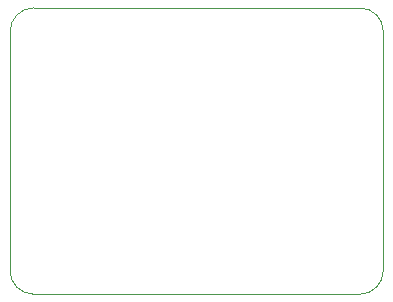
<source format=gbr>
%TF.GenerationSoftware,KiCad,Pcbnew,(6.0.6)*%
%TF.CreationDate,2022-09-21T08:03:07-07:00*%
%TF.ProjectId,takshaka-mux-board-rounded,74616b73-6861-46b6-912d-6d75782d626f,rev?*%
%TF.SameCoordinates,Original*%
%TF.FileFunction,Profile,NP*%
%FSLAX46Y46*%
G04 Gerber Fmt 4.6, Leading zero omitted, Abs format (unit mm)*
G04 Created by KiCad (PCBNEW (6.0.6)) date 2022-09-21 08:03:07*
%MOMM*%
%LPD*%
G01*
G04 APERTURE LIST*
%TA.AperFunction,Profile*%
%ADD10C,0.100000*%
%TD*%
G04 APERTURE END LIST*
D10*
X223475814Y-153105786D02*
G75*
G03*
X225475786Y-155105786I1999986J-14D01*
G01*
X255090000Y-132860000D02*
X255085786Y-153105786D01*
X255090000Y-132860000D02*
G75*
G03*
X253090000Y-130860000I-2000000J0D01*
G01*
X253085786Y-155105786D02*
X225475786Y-155105786D01*
X223475786Y-153105786D02*
X223490000Y-132860000D01*
X253085786Y-155105786D02*
G75*
G03*
X255085786Y-153105786I14J1999986D01*
G01*
X225490000Y-130860000D02*
G75*
G03*
X223490000Y-132860000I0J-2000000D01*
G01*
X225490000Y-130860000D02*
X253090000Y-130860000D01*
M02*

</source>
